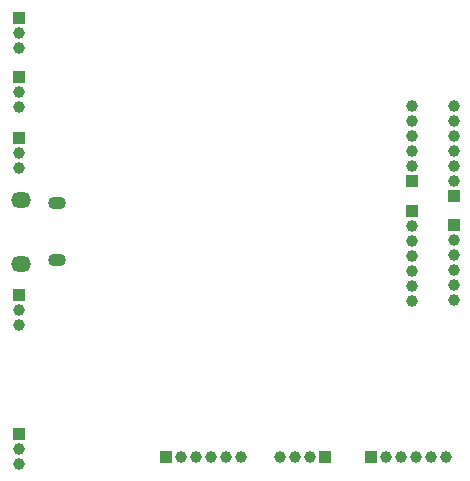
<source format=gbr>
%TF.GenerationSoftware,KiCad,Pcbnew,9.0.3*%
%TF.CreationDate,2025-08-28T21:38:12+08:00*%
%TF.ProjectId,ESP32_Board,45535033-325f-4426-9f61-72642e6b6963,rev?*%
%TF.SameCoordinates,Original*%
%TF.FileFunction,Soldermask,Bot*%
%TF.FilePolarity,Negative*%
%FSLAX46Y46*%
G04 Gerber Fmt 4.6, Leading zero omitted, Abs format (unit mm)*
G04 Created by KiCad (PCBNEW 9.0.3) date 2025-08-28 21:38:12*
%MOMM*%
%LPD*%
G01*
G04 APERTURE LIST*
%ADD10R,1.000000X1.000000*%
%ADD11C,1.000000*%
%ADD12O,1.700000X1.350000*%
%ADD13O,1.500000X1.100000*%
G04 APERTURE END LIST*
D10*
%TO.C,J8*%
X97500000Y-59730000D03*
D11*
X97500000Y-61000000D03*
X97500000Y-62270000D03*
%TD*%
D10*
%TO.C,J7*%
X97500000Y-84730000D03*
D11*
X97500000Y-86000000D03*
X97500000Y-87270000D03*
%TD*%
D10*
%TO.C,J11*%
X97500000Y-54500000D03*
D11*
X97500000Y-55770000D03*
X97500000Y-57040000D03*
%TD*%
D10*
%TO.C,J19*%
X123400000Y-86700000D03*
D11*
X122130000Y-86700000D03*
X120860000Y-86700000D03*
X119590000Y-86700000D03*
%TD*%
D10*
%TO.C,J14*%
X130800000Y-63380000D03*
D11*
X130800000Y-62110000D03*
X130800000Y-60840000D03*
X130800000Y-59570000D03*
X130800000Y-58300000D03*
X130800000Y-57030000D03*
%TD*%
D10*
%TO.C,J13*%
X130800000Y-65840000D03*
D11*
X130800000Y-67110000D03*
X130800000Y-68380000D03*
X130800000Y-69650000D03*
X130800000Y-70920000D03*
X130800000Y-72190000D03*
X130800000Y-73460000D03*
%TD*%
D12*
%TO.C,J6*%
X97700000Y-64920000D03*
D13*
X100700000Y-65230000D03*
X100700000Y-70070000D03*
D12*
X97700000Y-70380000D03*
%TD*%
D10*
%TO.C,J10*%
X97500000Y-49500000D03*
D11*
X97500000Y-50770000D03*
X97500000Y-52040000D03*
%TD*%
D10*
%TO.C,J12*%
X134300000Y-67070000D03*
D11*
X134300000Y-68340000D03*
X134300000Y-69610000D03*
X134300000Y-70880000D03*
X134300000Y-72150000D03*
X134300000Y-73420000D03*
%TD*%
D10*
%TO.C,J15*%
X134300000Y-64650000D03*
D11*
X134300000Y-63380000D03*
X134300000Y-62110000D03*
X134300000Y-60840000D03*
X134300000Y-59570000D03*
X134300000Y-58300000D03*
X134300000Y-57030000D03*
%TD*%
D10*
%TO.C,J9*%
X97500000Y-73000000D03*
D11*
X97500000Y-74270000D03*
X97500000Y-75540000D03*
%TD*%
D10*
%TO.C,J16*%
X127290000Y-86700000D03*
D11*
X128560000Y-86700000D03*
X129830000Y-86700000D03*
X131100000Y-86700000D03*
X132370000Y-86700000D03*
X133640000Y-86700000D03*
%TD*%
D10*
%TO.C,J17*%
X109950000Y-86700000D03*
D11*
X111220000Y-86700000D03*
X112490000Y-86700000D03*
X113760000Y-86700000D03*
X115030000Y-86700000D03*
X116300000Y-86700000D03*
%TD*%
M02*

</source>
